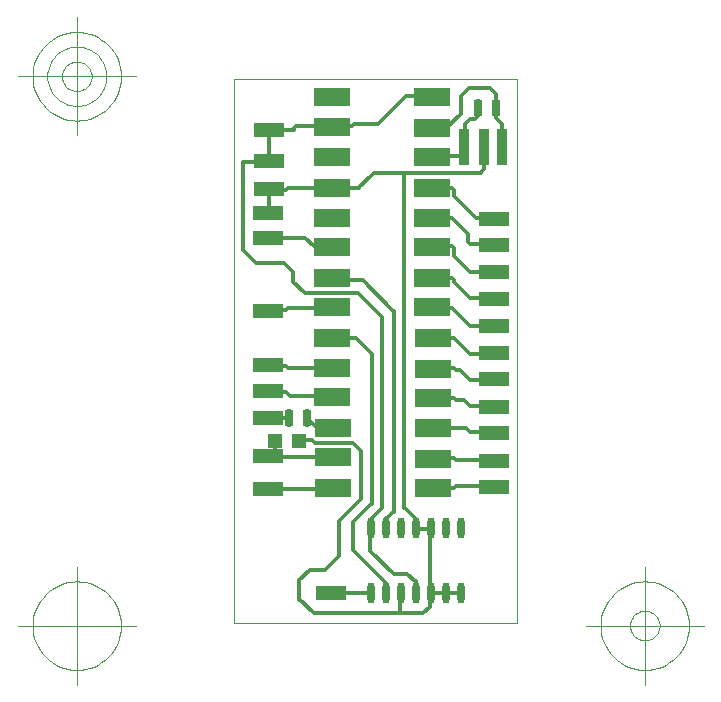
<source format=gbr>
*
%LPD*%
%LNV9OSC*%
%FSLAX24Y24*%
%MOIN*%
%SRX1Y1I0.0J0.0*%
%AD*%
%AMCUSTOM10*
1,1,0.024000,0.000000,0.023000*
1,1,0.024000,0.000000,-0.023000*
20,1,0.024000,0.000000,-0.023000,0.000000,0.023000,0.000000*
%
%AMCUSTOM11*
4,1,4.000000,0.059060,-0.029530,0.059060,0.029530,-0.059060,0.029530,-0.059060,-0.029530,0.059060,-0.029530,0.000000*
20,1,0.000040,0.059060,-0.029530,0.059060,0.029530,0.000000*
20,1,0.000040,0.059060,0.029530,-0.059060,0.029530,0.000000*
20,1,0.000040,-0.059060,0.029530,-0.059060,-0.029530,0.000000*
20,1,0.000040,-0.059060,-0.029530,0.059060,-0.029530,0.000000*
%
%AMCUSTOM14*
1,1,0.016660,-0.005420,0.020840*
1,1,0.016660,0.005420,0.020840*
1,1,0.016660,-0.005420,-0.020840*
1,1,0.016660,0.005420,-0.020840*
20,1,0.027500,0.000000,-0.020840,0.000000,0.020840,0.000000*
20,1,0.010840,0.000000,-0.029170,0.000000,0.029170,0.000000*
%
%AMCUSTOM15*
4,1,4.000000,-0.015750,0.059060,-0.015750,-0.059060,0.015750,-0.059060,0.015750,0.059060,-0.015750,0.059060,0.000000*
20,1,0.000040,-0.015750,0.059060,-0.015750,-0.059060,0.000000*
20,1,0.000040,-0.015750,-0.059060,0.015750,-0.059060,0.000000*
20,1,0.000040,0.015750,-0.059060,0.015750,0.059060,0.000000*
20,1,0.000040,0.015750,0.059060,-0.015750,0.059060,0.000000*
%
%AMCUSTOM16*
4,1,4.000000,0.015750,-0.059060,0.015750,0.059060,-0.015750,0.059060,-0.015750,-0.059060,0.015750,-0.059060,0.000000*
20,1,0.000040,0.015750,-0.059060,0.015750,0.059060,0.000000*
20,1,0.000040,0.015750,0.059060,-0.015750,0.059060,0.000000*
20,1,0.000040,-0.015750,0.059060,-0.015750,-0.059060,0.000000*
20,1,0.000040,-0.015750,-0.059060,0.015750,-0.059060,0.000000*
%
%ADD10CUSTOM10*%
%ADD11CUSTOM11*%
%ADD12R,0.098430X0.047240*%
%ADD13R,0.047240X0.047240*%
%ADD14CUSTOM14*%
%ADD15CUSTOM15*%
%ADD16CUSTOM16*%
%ADD17C,0.011810*%
%ADD19C,0.003940*%
%ADD20C,0.000040*%
G54D10*
G1X17041Y8587D3*
G1X17041Y6420D3*
G1X16541Y8587D3*
G1X16541Y6420D3*
G1X18541Y8587D3*
G1X17541Y8587D3*
G1X18041Y8587D3*
G1X19041Y8587D3*
G1X19541Y8587D3*
G1X18541Y6420D3*
G1X17541Y6420D3*
G1X18041Y6420D3*
G1X19041Y6420D3*
G1X19541Y6420D3*
G54D11*
G1X15239Y20946D3*
G1X15239Y14922D3*
G1X15278Y10946D3*
G1X15278Y9922D3*
G1X15239Y13938D3*
G1X15239Y12953D3*
G1X15278Y11930D3*
G1X15239Y17953D3*
G1X15239Y15946D3*
G1X15239Y16930D3*
G1X15239Y18938D3*
G1X15239Y19922D3*
G1X15239Y21969D3*
G1X15239Y22953D3*
G1X18585Y20946D3*
G1X18624Y14922D3*
G1X18624Y9922D3*
G1X18624Y10906D3*
G1X18624Y11930D3*
G1X18624Y12914D3*
G1X18624Y13898D3*
G1X18585Y17953D3*
G1X18585Y15946D3*
G1X18585Y16930D3*
G1X18585Y18938D3*
G1X18585Y19922D3*
G1X18585Y22953D3*
G1X18585Y21930D3*
G54D12*
G1X13115Y9884D3*
G1X13115Y10987D3*
G1X13115Y13152D3*
G1X13115Y12247D3*
G1X13115Y14018D3*
G1X13115Y15829D3*
G1X13115Y18270D3*
G1X13155Y19884D3*
G1X13155Y21853D3*
G1X15202Y6420D3*
G1X13155Y20829D3*
G1X13115Y19097D3*
G1X20639Y14408D3*
G1X20639Y9960D3*
G1X20639Y10826D3*
G1X20639Y11771D3*
G1X20639Y12637D3*
G1X20639Y13542D3*
G1X20639Y15314D3*
G1X20639Y16219D3*
G1X20639Y17125D3*
G1X20639Y18030D3*
G1X20639Y18897D3*
G54D13*
G1X13355Y11495D3*
G1X14139Y11495D3*
G54D14*
G1X13824Y12247D3*
G1X14424Y12247D3*
G1X20114Y22601D3*
G1X20714Y22601D3*
G54D15*
G1X20911Y21302D3*
G1X20320Y21302D3*
G54D16*
G1X19651Y21302D3*
G1X16783Y22055D2*
G54D17*
G1X17716Y22988D1*
G1X17067Y8925D2*
G1X17302Y9161D1*
G1X17303Y7050D2*
G1X17761Y7050D1*
G1X16525Y7827D2*
G1X17303Y7050D1*
G1X14635Y5751D2*
G1X18273Y5751D1*
G1X16265Y16868D2*
G1X17263Y15870D1*
G1X17302Y9136D2*
G1X17302Y15830D1*
G1X16655Y20435D2*
G1X19243Y20435D1*
G1X15478Y8821D2*
G1X15478Y7665D1*
G1X17061Y8333D2*
G1X17061Y8919D1*
G1X16512Y8370D2*
G1X16537Y8345D1*
G1X16537Y8881D1*
G1X15950Y7860D2*
G1X15950Y8782D1*
G1X16525Y8485D2*
G1X16525Y7827D1*
G1X14501Y7192D2*
G1X14159Y6850D1*
G1X14159Y6203D1*
G1X14635Y5751D2*
G1X14159Y6226D1*
G1X15294Y6424D2*
G1X16541Y6424D1*
G1X15478Y7665D2*
G1X15005Y7192D1*
G1X14501Y7192D1*
G1X17042Y6212D2*
G1X17042Y6768D1*
G1X15950Y7860D1*
G1X17013Y6184D2*
G1X17042Y6212D1*
G1X16541Y6184D2*
G1X16541Y6438D1*
G1X13155Y21853D2*
G1X13155Y20869D1*
G1X16926Y9246D2*
G1X16926Y15616D1*
G1X16544Y14424D2*
G1X16038Y14929D1*
G1X13783Y13922D2*
G1X15249Y13922D1*
G1X13849Y12988D2*
G1X15249Y12988D1*
G1X14116Y11522D2*
G1X14583Y11522D1*
G1X13339Y10965D2*
G1X15000Y10965D1*
G1X13155Y9884D2*
G1X15045Y9884D1*
G1X13339Y10965D2*
G1X13339Y11490D1*
G1X13347Y10831D2*
G1X13347Y10965D1*
G1X13716Y13122D2*
G1X13849Y12988D1*
G1X13116Y13122D2*
G1X13716Y13122D1*
G1X13864Y12257D2*
G1X13352Y12257D1*
G1X13716Y13988D2*
G1X13783Y13922D1*
G1X13116Y13988D2*
G1X13716Y13988D1*
G1X14649Y11455D2*
G1X14676Y11429D1*
G1X14583Y11522D2*
G1X14649Y11455D1*
G1X15950Y11435D2*
G1X16186Y11198D1*
G1X16583Y9390D2*
G1X16583Y14384D1*
G1X16226Y9569D2*
G1X15478Y8821D1*
G1X14676Y11429D2*
G1X15956Y11429D1*
G1X15045Y9884D2*
G1X15084Y9845D1*
G1X15017Y10949D2*
G1X15000Y10965D1*
G1X16226Y11159D2*
G1X16226Y9545D1*
G1X15950Y8782D2*
G1X16583Y9415D1*
G1X16537Y8881D2*
G1X16926Y9271D1*
G1X14402Y12265D2*
G1X14735Y11932D1*
G1X15328Y11932D1*
G1X13140Y18265D2*
G1X14355Y18265D1*
G1X13772Y19911D2*
G1X16144Y19911D1*
G1X13783Y15922D2*
G1X15249Y15922D1*
G1X13962Y16805D2*
G1X14316Y16451D1*
G1X12702Y17435D2*
G1X12287Y17850D1*
G1X12287Y20782D1*
G1X13716Y15855D2*
G1X13783Y15922D1*
G1X13116Y15855D2*
G1X13716Y15855D1*
G1X12702Y17435D2*
G1X13647Y17435D1*
G1X13962Y17120D2*
G1X13962Y16805D1*
G1X13647Y17435D2*
G1X13962Y17120D1*
G1X12287Y20782D2*
G1X12860Y20782D1*
G1X13138Y19855D2*
G1X13138Y19103D1*
G1X13716Y19855D2*
G1X13772Y19911D1*
G1X13138Y19855D2*
G1X13716Y19855D1*
G1X16265Y16868D2*
G1X15005Y16868D1*
G1X14336Y16435D2*
G1X16108Y16435D1*
G1X16038Y14929D2*
G1X15050Y14929D1*
G1X15005Y14884D1*
G1X16108Y16435D2*
G1X16887Y15656D1*
G1X14355Y18265D2*
G1X14631Y17988D1*
G1X15324Y17988D1*
G1X15291Y18021D1*
G1X16130Y19911D2*
G1X16586Y20366D1*
G1X16655Y20435D1*
G1X13983Y21922D2*
G1X14049Y21988D1*
G1X15916Y21988D1*
G1X13983Y21855D2*
G1X13983Y21922D1*
G1X13183Y21855D2*
G1X13983Y21855D1*
G1X15916Y21988D2*
G1X15983Y22055D1*
G1X16783Y22055D1*
G1X18037Y8900D2*
G1X18037Y8428D1*
G1X18509Y6184D2*
G1X18509Y8573D1*
G1X18511Y6421D2*
G1X19491Y6421D1*
G1X17761Y7050D2*
G1X18037Y6774D1*
G1X18037Y6814D2*
G1X18037Y6184D1*
G1X18509Y6144D2*
G1X18511Y6144D1*
G1X18511Y5968D2*
G1X18511Y6421D1*
G1X18284Y5741D2*
G1X18511Y5968D1*
G1X17525Y6420D2*
G1X17525Y5751D1*
G1X20320Y20554D2*
G1X20320Y20947D1*
G1X18667Y20987D2*
G1X19651Y20987D1*
G1X19690Y20947D1*
G1X19690Y22050D1*
G1X19316Y14922D2*
G1X19849Y14388D1*
G1X17654Y20435D2*
G1X17654Y9283D1*
G1X19849Y14388D2*
G1X20649Y14388D1*
G1X19849Y13522D2*
G1X20649Y13522D1*
G1X19849Y12655D2*
G1X20649Y12655D1*
G1X19849Y11788D2*
G1X20649Y11788D1*
G1X19383Y10855D2*
G1X20649Y10855D1*
G1X19383Y9988D2*
G1X20649Y9988D1*
G1X18649Y10922D2*
G1X19316Y10922D1*
G1X18649Y9922D2*
G1X19316Y9922D1*
G1X17661Y9275D2*
G1X18037Y8900D1*
G1X18509Y8573D2*
G1X18037Y8573D1*
G1X17661Y9275D2*
G1X17661Y9251D1*
G1X19316Y9922D2*
G1X19383Y9988D1*
G1X19316Y10922D2*
G1X19383Y10855D1*
G1X18649Y13922D2*
G1X19316Y13922D1*
G1X18649Y12922D2*
G1X19316Y12922D1*
G1X18649Y11922D2*
G1X19716Y11922D1*
G1X19649Y12855D2*
G1X19849Y12655D1*
G1X19716Y11922D2*
G1X19849Y11788D1*
G1X19316Y12922D2*
G1X19383Y12855D1*
G1X19649Y12855D1*
G1X19516Y13855D2*
G1X19849Y13522D1*
G1X19316Y13922D2*
G1X19383Y13855D1*
G1X19516Y13855D1*
G1X20049Y18922D2*
G1X20649Y18922D1*
G1X19849Y18055D2*
G1X20649Y18055D1*
G1X19849Y17122D2*
G1X20649Y17122D1*
G1X19849Y16255D2*
G1X20649Y16255D1*
G1X19849Y15322D2*
G1X20649Y15322D1*
G1X20320Y20554D2*
G1X20218Y20451D1*
G1X19249Y17988D2*
G1X19316Y17922D1*
G1X19316Y17655D1*
G1X18583Y15922D2*
G1X19249Y15922D1*
G1X18583Y16922D2*
G1X19249Y16922D1*
G1X18649Y14922D2*
G1X19316Y14922D1*
G1X19316Y16788D2*
G1X19849Y16255D1*
G1X19249Y15922D2*
G1X19849Y15322D1*
G1X19316Y17655D2*
G1X19849Y17122D1*
G1X19249Y16922D2*
G1X19316Y16855D1*
G1X19316Y16788D1*
G1X18583Y19922D2*
G1X19249Y19922D1*
G1X18583Y18922D2*
G1X19249Y18922D1*
G1X18583Y17988D2*
G1X19249Y17988D1*
G1X19316Y19655D2*
G1X20049Y18922D1*
G1X19783Y18122D2*
G1X19849Y18055D1*
G1X19783Y18122D2*
G1X19783Y18388D1*
G1X19249Y18922D1*
G1X19249Y19922D2*
G1X19316Y19855D1*
G1X19316Y19655D1*
G1X19257Y20436D2*
G1X20202Y20436D1*
G1X20517Y23270D2*
G1X19808Y23270D1*
G1X17716Y22988D2*
G1X18583Y22988D1*
G1X19533Y22995D2*
G1X19533Y22404D1*
G1X19060Y21932D1*
G1X19690Y22050D2*
G1X19848Y22207D1*
G1X20005Y22207D1*
G1X20123Y22325D1*
G1X20123Y22443D1*
G1X19808Y23270D2*
G1X19533Y22995D1*
G1X20714Y22247D2*
G1X20714Y23073D1*
G1X20911Y21774D2*
G1X20911Y22050D1*
G1X20714Y22247D1*
G1X20714Y23073D2*
G1X20517Y23270D1*
G1X8710Y5336D2*
G54D19*
G1X4773Y5336D1*
G1X6741Y3367D2*
G1X6741Y7304D1*
G1X8217Y5336D2*
G1X8210Y5480D1*
G1X8189Y5624D1*
G1X8154Y5764D1*
G1X8105Y5901D1*
G1X8043Y6032D1*
G1X7969Y6156D1*
G1X7882Y6272D1*
G1X7785Y6380D1*
G1X7678Y6477D1*
G1X7561Y6563D1*
G1X7437Y6638D1*
G1X7306Y6700D1*
G1X7170Y6748D1*
G1X7029Y6784D1*
G1X6886Y6805D1*
G1X6741Y6812D1*
G1X6596Y6805D1*
G1X6453Y6784D1*
G1X6312Y6748D1*
G1X6176Y6700D1*
G1X6045Y6638D1*
G1X5921Y6563D1*
G1X5804Y6477D1*
G1X5697Y6380D1*
G1X5600Y6272D1*
G1X5513Y6156D1*
G1X5439Y6032D1*
G1X5377Y5901D1*
G1X5328Y5764D1*
G1X5293Y5624D1*
G1X5272Y5480D1*
G1X5265Y5336D1*
G1X5272Y5191D1*
G1X5293Y5048D1*
G1X5328Y4907D1*
G1X5377Y4771D1*
G1X5439Y4640D1*
G1X5513Y4515D1*
G1X5600Y4399D1*
G1X5697Y4292D1*
G1X5804Y4194D1*
G1X5921Y4108D1*
G1X6045Y4034D1*
G1X6176Y3972D1*
G1X6312Y3923D1*
G1X6453Y3888D1*
G1X6596Y3866D1*
G1X6741Y3859D1*
G1X6886Y3866D1*
G1X7029Y3888D1*
G1X7170Y3923D1*
G1X7306Y3972D1*
G1X7437Y4034D1*
G1X7561Y4108D1*
G1X7678Y4194D1*
G1X7785Y4292D1*
G1X7882Y4399D1*
G1X7969Y4515D1*
G1X8043Y4640D1*
G1X8105Y4771D1*
G1X8154Y4907D1*
G1X8189Y5048D1*
G1X8210Y5191D1*
G1X8217Y5336D1*
G1X23706Y5336D2*
G1X27643Y5336D1*
G1X25675Y3367D2*
G1X25675Y7304D1*
G1X27151Y5336D2*
G1X27144Y5480D1*
G1X27123Y5624D1*
G1X27087Y5764D1*
G1X27039Y5901D1*
G1X26977Y6032D1*
G1X26902Y6156D1*
G1X26816Y6272D1*
G1X26719Y6380D1*
G1X26611Y6477D1*
G1X26495Y6563D1*
G1X26371Y6638D1*
G1X26240Y6700D1*
G1X26103Y6748D1*
G1X25963Y6784D1*
G1X25819Y6805D1*
G1X25675Y6812D1*
G1X25530Y6805D1*
G1X25387Y6784D1*
G1X25246Y6748D1*
G1X25110Y6700D1*
G1X24979Y6638D1*
G1X24854Y6563D1*
G1X24738Y6477D1*
G1X24631Y6380D1*
G1X24533Y6272D1*
G1X24447Y6156D1*
G1X24372Y6032D1*
G1X24311Y5901D1*
G1X24262Y5764D1*
G1X24227Y5624D1*
G1X24205Y5480D1*
G1X24198Y5336D1*
G1X24205Y5191D1*
G1X24227Y5048D1*
G1X24262Y4907D1*
G1X24311Y4771D1*
G1X24372Y4640D1*
G1X24447Y4515D1*
G1X24533Y4399D1*
G1X24631Y4292D1*
G1X24738Y4194D1*
G1X24854Y4108D1*
G1X24979Y4034D1*
G1X25110Y3972D1*
G1X25246Y3923D1*
G1X25387Y3888D1*
G1X25530Y3866D1*
G1X25675Y3859D1*
G1X25819Y3866D1*
G1X25963Y3888D1*
G1X26103Y3923D1*
G1X26240Y3972D1*
G1X26371Y4034D1*
G1X26495Y4108D1*
G1X26611Y4194D1*
G1X26719Y4292D1*
G1X26816Y4399D1*
G1X26902Y4515D1*
G1X26977Y4640D1*
G1X27039Y4771D1*
G1X27087Y4907D1*
G1X27123Y5048D1*
G1X27144Y5191D1*
G1X27151Y5336D1*
G1X26167Y5336D2*
G1X26164Y5384D1*
G1X26157Y5432D1*
G1X26145Y5478D1*
G1X26129Y5524D1*
G1X26109Y5568D1*
G1X26084Y5609D1*
G1X26055Y5648D1*
G1X26023Y5684D1*
G1X25987Y5716D1*
G1X25948Y5745D1*
G1X25907Y5770D1*
G1X25863Y5790D1*
G1X25817Y5807D1*
G1X25771Y5818D1*
G1X25723Y5825D1*
G1X25675Y5828D1*
G1X25626Y5825D1*
G1X25579Y5818D1*
G1X25532Y5807D1*
G1X25486Y5790D1*
G1X25443Y5770D1*
G1X25401Y5745D1*
G1X25362Y5716D1*
G1X25327Y5684D1*
G1X25294Y5648D1*
G1X25265Y5609D1*
G1X25241Y5568D1*
G1X25220Y5524D1*
G1X25204Y5478D1*
G1X25192Y5432D1*
G1X25185Y5384D1*
G1X25182Y5336D1*
G1X25185Y5287D1*
G1X25192Y5240D1*
G1X25204Y5193D1*
G1X25220Y5147D1*
G1X25241Y5104D1*
G1X25265Y5062D1*
G1X25294Y5023D1*
G1X25327Y4988D1*
G1X25362Y4955D1*
G1X25401Y4926D1*
G1X25443Y4902D1*
G1X25486Y4881D1*
G1X25532Y4865D1*
G1X25579Y4853D1*
G1X25626Y4846D1*
G1X25675Y4843D1*
G1X25723Y4846D1*
G1X25771Y4853D1*
G1X25817Y4865D1*
G1X25863Y4881D1*
G1X25907Y4902D1*
G1X25948Y4926D1*
G1X25987Y4955D1*
G1X26023Y4988D1*
G1X26055Y5023D1*
G1X26084Y5062D1*
G1X26109Y5104D1*
G1X26129Y5147D1*
G1X26145Y5193D1*
G1X26157Y5240D1*
G1X26164Y5287D1*
G1X26167Y5336D1*
G1X8710Y23646D2*
G1X4773Y23646D1*
G1X6741Y21677D2*
G1X6741Y25614D1*
G1X8217Y23646D2*
G1X8210Y23791D1*
G1X8189Y23934D1*
G1X8154Y24074D1*
G1X8105Y24211D1*
G1X8043Y24342D1*
G1X7969Y24466D1*
G1X7882Y24582D1*
G1X7785Y24690D1*
G1X7678Y24787D1*
G1X7561Y24873D1*
G1X7437Y24948D1*
G1X7306Y25010D1*
G1X7170Y25059D1*
G1X7029Y25094D1*
G1X6886Y25115D1*
G1X6741Y25122D1*
G1X6596Y25115D1*
G1X6453Y25094D1*
G1X6312Y25059D1*
G1X6176Y25010D1*
G1X6045Y24948D1*
G1X5921Y24873D1*
G1X5804Y24787D1*
G1X5697Y24690D1*
G1X5600Y24582D1*
G1X5513Y24466D1*
G1X5439Y24342D1*
G1X5377Y24211D1*
G1X5328Y24074D1*
G1X5293Y23934D1*
G1X5272Y23791D1*
G1X5265Y23646D1*
G1X5272Y23501D1*
G1X5293Y23358D1*
G1X5328Y23217D1*
G1X5377Y23081D1*
G1X5439Y22950D1*
G1X5513Y22826D1*
G1X5600Y22709D1*
G1X5697Y22602D1*
G1X5804Y22505D1*
G1X5921Y22418D1*
G1X6045Y22344D1*
G1X6176Y22282D1*
G1X6312Y22233D1*
G1X6453Y22198D1*
G1X6596Y22177D1*
G1X6741Y22169D1*
G1X6886Y22177D1*
G1X7029Y22198D1*
G1X7170Y22233D1*
G1X7306Y22282D1*
G1X7437Y22344D1*
G1X7561Y22418D1*
G1X7678Y22505D1*
G1X7785Y22602D1*
G1X7882Y22709D1*
G1X7969Y22826D1*
G1X8043Y22950D1*
G1X8105Y23081D1*
G1X8154Y23217D1*
G1X8189Y23358D1*
G1X8210Y23501D1*
G1X8217Y23646D1*
G1X7725Y23646D2*
G1X7721Y23742D1*
G1X7706Y23838D1*
G1X7683Y23932D1*
G1X7650Y24022D1*
G1X7609Y24110D1*
G1X7559Y24193D1*
G1X7502Y24270D1*
G1X7437Y24342D1*
G1X7365Y24407D1*
G1X7288Y24464D1*
G1X7205Y24514D1*
G1X7118Y24555D1*
G1X7027Y24588D1*
G1X6933Y24611D1*
G1X6837Y24625D1*
G1X6741Y24630D1*
G1X6645Y24625D1*
G1X6549Y24611D1*
G1X6455Y24588D1*
G1X6364Y24555D1*
G1X6277Y24514D1*
G1X6194Y24464D1*
G1X6117Y24407D1*
G1X6045Y24342D1*
G1X5980Y24270D1*
G1X5923Y24193D1*
G1X5873Y24110D1*
G1X5832Y24022D1*
G1X5799Y23932D1*
G1X5776Y23838D1*
G1X5762Y23742D1*
G1X5757Y23646D1*
G1X5762Y23549D1*
G1X5776Y23454D1*
G1X5799Y23360D1*
G1X5832Y23269D1*
G1X5873Y23182D1*
G1X5923Y23099D1*
G1X5980Y23021D1*
G1X6045Y22950D1*
G1X6117Y22885D1*
G1X6194Y22827D1*
G1X6277Y22778D1*
G1X6364Y22737D1*
G1X6455Y22704D1*
G1X6549Y22680D1*
G1X6645Y22666D1*
G1X6741Y22662D1*
G1X6837Y22666D1*
G1X6933Y22680D1*
G1X7027Y22704D1*
G1X7118Y22737D1*
G1X7205Y22778D1*
G1X7288Y22827D1*
G1X7365Y22885D1*
G1X7437Y22950D1*
G1X7502Y23021D1*
G1X7559Y23099D1*
G1X7609Y23182D1*
G1X7650Y23269D1*
G1X7683Y23360D1*
G1X7706Y23454D1*
G1X7721Y23549D1*
G1X7725Y23646D1*
G1X7233Y23646D2*
G1X7231Y23694D1*
G1X7224Y23742D1*
G1X7212Y23789D1*
G1X7196Y23834D1*
G1X7175Y23878D1*
G1X7150Y23919D1*
G1X7121Y23958D1*
G1X7089Y23994D1*
G1X7053Y24026D1*
G1X7014Y24055D1*
G1X6973Y24080D1*
G1X6929Y24100D1*
G1X6884Y24117D1*
G1X6837Y24129D1*
G1X6789Y24136D1*
G1X6741Y24138D1*
G1X6693Y24136D1*
G1X6645Y24129D1*
G1X6598Y24117D1*
G1X6553Y24100D1*
G1X6509Y24080D1*
G1X6468Y24055D1*
G1X6429Y24026D1*
G1X6393Y23994D1*
G1X6361Y23958D1*
G1X6332Y23919D1*
G1X6307Y23878D1*
G1X6286Y23834D1*
G1X6270Y23789D1*
G1X6258Y23742D1*
G1X6251Y23694D1*
G1X6249Y23646D1*
G1X6251Y23598D1*
G1X6258Y23550D1*
G1X6270Y23503D1*
G1X6286Y23458D1*
G1X6307Y23414D1*
G1X6332Y23372D1*
G1X6361Y23334D1*
G1X6393Y23298D1*
G1X6429Y23265D1*
G1X6468Y23237D1*
G1X6509Y23212D1*
G1X6553Y23191D1*
G1X6598Y23175D1*
G1X6645Y23163D1*
G1X6693Y23156D1*
G1X6741Y23154D1*
G1X6789Y23156D1*
G1X6837Y23163D1*
G1X6884Y23175D1*
G1X6929Y23191D1*
G1X6973Y23212D1*
G1X7014Y23237D1*
G1X7053Y23265D1*
G1X7089Y23298D1*
G1X7121Y23334D1*
G1X7150Y23372D1*
G1X7175Y23414D1*
G1X7196Y23458D1*
G1X7212Y23503D1*
G1X7224Y23550D1*
G1X7231Y23598D1*
G1X7233Y23646D1*
G1X8710Y5336D2*
G1X4773Y5336D1*
G1X6741Y3367D2*
G1X6741Y7304D1*
G1X8217Y5336D2*
G1X8210Y5480D1*
G1X8189Y5624D1*
G1X8154Y5764D1*
G1X8105Y5901D1*
G1X8043Y6032D1*
G1X7969Y6156D1*
G1X7882Y6272D1*
G1X7785Y6380D1*
G1X7678Y6477D1*
G1X7561Y6563D1*
G1X7437Y6638D1*
G1X7306Y6700D1*
G1X7170Y6748D1*
G1X7029Y6784D1*
G1X6886Y6805D1*
G1X6741Y6812D1*
G1X6596Y6805D1*
G1X6453Y6784D1*
G1X6312Y6748D1*
G1X6176Y6700D1*
G1X6045Y6638D1*
G1X5921Y6563D1*
G1X5804Y6477D1*
G1X5697Y6380D1*
G1X5600Y6272D1*
G1X5513Y6156D1*
G1X5439Y6032D1*
G1X5377Y5901D1*
G1X5328Y5764D1*
G1X5293Y5624D1*
G1X5272Y5480D1*
G1X5265Y5336D1*
G1X5272Y5191D1*
G1X5293Y5048D1*
G1X5328Y4907D1*
G1X5377Y4771D1*
G1X5439Y4640D1*
G1X5513Y4515D1*
G1X5600Y4399D1*
G1X5697Y4292D1*
G1X5804Y4194D1*
G1X5921Y4108D1*
G1X6045Y4034D1*
G1X6176Y3972D1*
G1X6312Y3923D1*
G1X6453Y3888D1*
G1X6596Y3866D1*
G1X6741Y3859D1*
G1X6886Y3866D1*
G1X7029Y3888D1*
G1X7170Y3923D1*
G1X7306Y3972D1*
G1X7437Y4034D1*
G1X7561Y4108D1*
G1X7678Y4194D1*
G1X7785Y4292D1*
G1X7882Y4399D1*
G1X7969Y4515D1*
G1X8043Y4640D1*
G1X8105Y4771D1*
G1X8154Y4907D1*
G1X8189Y5048D1*
G1X8210Y5191D1*
G1X8217Y5336D1*
G1X23706Y5336D2*
G1X27643Y5336D1*
G1X25675Y3367D2*
G1X25675Y7304D1*
G1X27151Y5336D2*
G1X27144Y5480D1*
G1X27123Y5624D1*
G1X27087Y5764D1*
G1X27039Y5901D1*
G1X26977Y6032D1*
G1X26902Y6156D1*
G1X26816Y6272D1*
G1X26719Y6380D1*
G1X26611Y6477D1*
G1X26495Y6563D1*
G1X26371Y6638D1*
G1X26240Y6700D1*
G1X26103Y6748D1*
G1X25963Y6784D1*
G1X25819Y6805D1*
G1X25675Y6812D1*
G1X25530Y6805D1*
G1X25387Y6784D1*
G1X25246Y6748D1*
G1X25110Y6700D1*
G1X24979Y6638D1*
G1X24854Y6563D1*
G1X24738Y6477D1*
G1X24631Y6380D1*
G1X24533Y6272D1*
G1X24447Y6156D1*
G1X24372Y6032D1*
G1X24311Y5901D1*
G1X24262Y5764D1*
G1X24227Y5624D1*
G1X24205Y5480D1*
G1X24198Y5336D1*
G1X24205Y5191D1*
G1X24227Y5048D1*
G1X24262Y4907D1*
G1X24311Y4771D1*
G1X24372Y4640D1*
G1X24447Y4515D1*
G1X24533Y4399D1*
G1X24631Y4292D1*
G1X24738Y4194D1*
G1X24854Y4108D1*
G1X24979Y4034D1*
G1X25110Y3972D1*
G1X25246Y3923D1*
G1X25387Y3888D1*
G1X25530Y3866D1*
G1X25675Y3859D1*
G1X25819Y3866D1*
G1X25963Y3888D1*
G1X26103Y3923D1*
G1X26240Y3972D1*
G1X26371Y4034D1*
G1X26495Y4108D1*
G1X26611Y4194D1*
G1X26719Y4292D1*
G1X26816Y4399D1*
G1X26902Y4515D1*
G1X26977Y4640D1*
G1X27039Y4771D1*
G1X27087Y4907D1*
G1X27123Y5048D1*
G1X27144Y5191D1*
G1X27151Y5336D1*
G1X26167Y5336D2*
G1X26164Y5384D1*
G1X26157Y5432D1*
G1X26145Y5478D1*
G1X26129Y5524D1*
G1X26109Y5568D1*
G1X26084Y5609D1*
G1X26055Y5648D1*
G1X26023Y5684D1*
G1X25987Y5716D1*
G1X25948Y5745D1*
G1X25907Y5770D1*
G1X25863Y5790D1*
G1X25817Y5807D1*
G1X25771Y5818D1*
G1X25723Y5825D1*
G1X25675Y5828D1*
G1X25626Y5825D1*
G1X25579Y5818D1*
G1X25532Y5807D1*
G1X25486Y5790D1*
G1X25443Y5770D1*
G1X25401Y5745D1*
G1X25362Y5716D1*
G1X25327Y5684D1*
G1X25294Y5648D1*
G1X25265Y5609D1*
G1X25241Y5568D1*
G1X25220Y5524D1*
G1X25204Y5478D1*
G1X25192Y5432D1*
G1X25185Y5384D1*
G1X25182Y5336D1*
G1X25185Y5287D1*
G1X25192Y5240D1*
G1X25204Y5193D1*
G1X25220Y5147D1*
G1X25241Y5104D1*
G1X25265Y5062D1*
G1X25294Y5023D1*
G1X25327Y4988D1*
G1X25362Y4955D1*
G1X25401Y4926D1*
G1X25443Y4902D1*
G1X25486Y4881D1*
G1X25532Y4865D1*
G1X25579Y4853D1*
G1X25626Y4846D1*
G1X25675Y4843D1*
G1X25723Y4846D1*
G1X25771Y4853D1*
G1X25817Y4865D1*
G1X25863Y4881D1*
G1X25907Y4902D1*
G1X25948Y4926D1*
G1X25987Y4955D1*
G1X26023Y4988D1*
G1X26055Y5023D1*
G1X26084Y5062D1*
G1X26109Y5104D1*
G1X26129Y5147D1*
G1X26145Y5193D1*
G1X26157Y5240D1*
G1X26164Y5287D1*
G1X26167Y5336D1*
G1X8710Y23646D2*
G1X4773Y23646D1*
G1X6741Y21677D2*
G1X6741Y25614D1*
G1X8217Y23646D2*
G1X8210Y23791D1*
G1X8189Y23934D1*
G1X8154Y24074D1*
G1X8105Y24211D1*
G1X8043Y24342D1*
G1X7969Y24466D1*
G1X7882Y24582D1*
G1X7785Y24690D1*
G1X7678Y24787D1*
G1X7561Y24873D1*
G1X7437Y24948D1*
G1X7306Y25010D1*
G1X7170Y25059D1*
G1X7029Y25094D1*
G1X6886Y25115D1*
G1X6741Y25122D1*
G1X6596Y25115D1*
G1X6453Y25094D1*
G1X6312Y25059D1*
G1X6176Y25010D1*
G1X6045Y24948D1*
G1X5921Y24873D1*
G1X5804Y24787D1*
G1X5697Y24690D1*
G1X5600Y24582D1*
G1X5513Y24466D1*
G1X5439Y24342D1*
G1X5377Y24211D1*
G1X5328Y24074D1*
G1X5293Y23934D1*
G1X5272Y23791D1*
G1X5265Y23646D1*
G1X5272Y23501D1*
G1X5293Y23358D1*
G1X5328Y23217D1*
G1X5377Y23081D1*
G1X5439Y22950D1*
G1X5513Y22826D1*
G1X5600Y22709D1*
G1X5697Y22602D1*
G1X5804Y22505D1*
G1X5921Y22418D1*
G1X6045Y22344D1*
G1X6176Y22282D1*
G1X6312Y22233D1*
G1X6453Y22198D1*
G1X6596Y22177D1*
G1X6741Y22169D1*
G1X6886Y22177D1*
G1X7029Y22198D1*
G1X7170Y22233D1*
G1X7306Y22282D1*
G1X7437Y22344D1*
G1X7561Y22418D1*
G1X7678Y22505D1*
G1X7785Y22602D1*
G1X7882Y22709D1*
G1X7969Y22826D1*
G1X8043Y22950D1*
G1X8105Y23081D1*
G1X8154Y23217D1*
G1X8189Y23358D1*
G1X8210Y23501D1*
G1X8217Y23646D1*
G1X7725Y23646D2*
G1X7721Y23742D1*
G1X7706Y23838D1*
G1X7683Y23932D1*
G1X7650Y24022D1*
G1X7609Y24110D1*
G1X7559Y24193D1*
G1X7502Y24270D1*
G1X7437Y24342D1*
G1X7365Y24407D1*
G1X7288Y24464D1*
G1X7205Y24514D1*
G1X7118Y24555D1*
G1X7027Y24588D1*
G1X6933Y24611D1*
G1X6837Y24625D1*
G1X6741Y24630D1*
G1X6645Y24625D1*
G1X6549Y24611D1*
G1X6455Y24588D1*
G1X6364Y24555D1*
G1X6277Y24514D1*
G1X6194Y24464D1*
G1X6117Y24407D1*
G1X6045Y24342D1*
G1X5980Y24270D1*
G1X5923Y24193D1*
G1X5873Y24110D1*
G1X5832Y24022D1*
G1X5799Y23932D1*
G1X5776Y23838D1*
G1X5762Y23742D1*
G1X5757Y23646D1*
G1X5762Y23549D1*
G1X5776Y23454D1*
G1X5799Y23360D1*
G1X5832Y23269D1*
G1X5873Y23182D1*
G1X5923Y23099D1*
G1X5980Y23021D1*
G1X6045Y22950D1*
G1X6117Y22885D1*
G1X6194Y22827D1*
G1X6277Y22778D1*
G1X6364Y22737D1*
G1X6455Y22704D1*
G1X6549Y22680D1*
G1X6645Y22666D1*
G1X6741Y22662D1*
G1X6837Y22666D1*
G1X6933Y22680D1*
G1X7027Y22704D1*
G1X7118Y22737D1*
G1X7205Y22778D1*
G1X7288Y22827D1*
G1X7365Y22885D1*
G1X7437Y22950D1*
G1X7502Y23021D1*
G1X7559Y23099D1*
G1X7609Y23182D1*
G1X7650Y23269D1*
G1X7683Y23360D1*
G1X7706Y23454D1*
G1X7721Y23549D1*
G1X7725Y23646D1*
G1X7233Y23646D2*
G1X7231Y23694D1*
G1X7224Y23742D1*
G1X7212Y23789D1*
G1X7196Y23834D1*
G1X7175Y23878D1*
G1X7150Y23919D1*
G1X7121Y23958D1*
G1X7089Y23994D1*
G1X7053Y24026D1*
G1X7014Y24055D1*
G1X6973Y24080D1*
G1X6929Y24100D1*
G1X6884Y24117D1*
G1X6837Y24129D1*
G1X6789Y24136D1*
G1X6741Y24138D1*
G1X6693Y24136D1*
G1X6645Y24129D1*
G1X6598Y24117D1*
G1X6553Y24100D1*
G1X6509Y24080D1*
G1X6468Y24055D1*
G1X6429Y24026D1*
G1X6393Y23994D1*
G1X6361Y23958D1*
G1X6332Y23919D1*
G1X6307Y23878D1*
G1X6286Y23834D1*
G1X6270Y23789D1*
G1X6258Y23742D1*
G1X6251Y23694D1*
G1X6249Y23646D1*
G1X6251Y23598D1*
G1X6258Y23550D1*
G1X6270Y23503D1*
G1X6286Y23458D1*
G1X6307Y23414D1*
G1X6332Y23372D1*
G1X6361Y23334D1*
G1X6393Y23298D1*
G1X6429Y23265D1*
G1X6468Y23237D1*
G1X6509Y23212D1*
G1X6553Y23191D1*
G1X6598Y23175D1*
G1X6645Y23163D1*
G1X6693Y23156D1*
G1X6741Y23154D1*
G1X6789Y23156D1*
G1X6837Y23163D1*
G1X6884Y23175D1*
G1X6929Y23191D1*
G1X6973Y23212D1*
G1X7014Y23237D1*
G1X7053Y23265D1*
G1X7089Y23298D1*
G1X7121Y23334D1*
G1X7150Y23372D1*
G1X7175Y23414D1*
G1X7196Y23458D1*
G1X7212Y23503D1*
G1X7224Y23550D1*
G1X7231Y23598D1*
G1X7233Y23646D1*
G1X11974Y23546D2*
G54D20*
G1X11974Y5436D1*
G1X21423Y5436D1*
G1X21423Y23546D1*
G1X11974Y23546D1*
M2*

</source>
